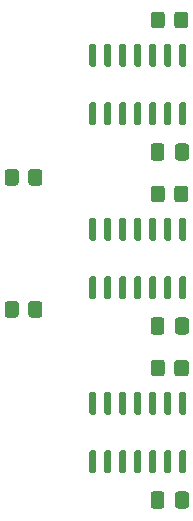
<source format=gbr>
G04 #@! TF.GenerationSoftware,KiCad,Pcbnew,7.0.2-6a45011f42~172~ubuntu22.04.1*
G04 #@! TF.CreationDate,2023-06-19T14:24:24-04:00*
G04 #@! TF.ProjectId,differential_encoder_encoder,64696666-6572-4656-9e74-69616c5f656e,rev?*
G04 #@! TF.SameCoordinates,Original*
G04 #@! TF.FileFunction,Paste,Top*
G04 #@! TF.FilePolarity,Positive*
%FSLAX46Y46*%
G04 Gerber Fmt 4.6, Leading zero omitted, Abs format (unit mm)*
G04 Created by KiCad (PCBNEW 7.0.2-6a45011f42~172~ubuntu22.04.1) date 2023-06-19 14:24:24*
%MOMM*%
%LPD*%
G01*
G04 APERTURE LIST*
G04 APERTURE END LIST*
G04 #@! TO.C,U101*
G36*
G01*
X174856000Y-62336000D02*
X175156000Y-62336000D01*
G75*
G02*
X175306000Y-62486000I0J-150000D01*
G01*
X175306000Y-64136000D01*
G75*
G02*
X175156000Y-64286000I-150000J0D01*
G01*
X174856000Y-64286000D01*
G75*
G02*
X174706000Y-64136000I0J150000D01*
G01*
X174706000Y-62486000D01*
G75*
G02*
X174856000Y-62336000I150000J0D01*
G01*
G37*
G36*
G01*
X173586000Y-62336000D02*
X173886000Y-62336000D01*
G75*
G02*
X174036000Y-62486000I0J-150000D01*
G01*
X174036000Y-64136000D01*
G75*
G02*
X173886000Y-64286000I-150000J0D01*
G01*
X173586000Y-64286000D01*
G75*
G02*
X173436000Y-64136000I0J150000D01*
G01*
X173436000Y-62486000D01*
G75*
G02*
X173586000Y-62336000I150000J0D01*
G01*
G37*
G36*
G01*
X172316000Y-62336000D02*
X172616000Y-62336000D01*
G75*
G02*
X172766000Y-62486000I0J-150000D01*
G01*
X172766000Y-64136000D01*
G75*
G02*
X172616000Y-64286000I-150000J0D01*
G01*
X172316000Y-64286000D01*
G75*
G02*
X172166000Y-64136000I0J150000D01*
G01*
X172166000Y-62486000D01*
G75*
G02*
X172316000Y-62336000I150000J0D01*
G01*
G37*
G36*
G01*
X171046000Y-62336000D02*
X171346000Y-62336000D01*
G75*
G02*
X171496000Y-62486000I0J-150000D01*
G01*
X171496000Y-64136000D01*
G75*
G02*
X171346000Y-64286000I-150000J0D01*
G01*
X171046000Y-64286000D01*
G75*
G02*
X170896000Y-64136000I0J150000D01*
G01*
X170896000Y-62486000D01*
G75*
G02*
X171046000Y-62336000I150000J0D01*
G01*
G37*
G36*
G01*
X169776000Y-62336000D02*
X170076000Y-62336000D01*
G75*
G02*
X170226000Y-62486000I0J-150000D01*
G01*
X170226000Y-64136000D01*
G75*
G02*
X170076000Y-64286000I-150000J0D01*
G01*
X169776000Y-64286000D01*
G75*
G02*
X169626000Y-64136000I0J150000D01*
G01*
X169626000Y-62486000D01*
G75*
G02*
X169776000Y-62336000I150000J0D01*
G01*
G37*
G36*
G01*
X168506000Y-62336000D02*
X168806000Y-62336000D01*
G75*
G02*
X168956000Y-62486000I0J-150000D01*
G01*
X168956000Y-64136000D01*
G75*
G02*
X168806000Y-64286000I-150000J0D01*
G01*
X168506000Y-64286000D01*
G75*
G02*
X168356000Y-64136000I0J150000D01*
G01*
X168356000Y-62486000D01*
G75*
G02*
X168506000Y-62336000I150000J0D01*
G01*
G37*
G36*
G01*
X167236000Y-62336000D02*
X167536000Y-62336000D01*
G75*
G02*
X167686000Y-62486000I0J-150000D01*
G01*
X167686000Y-64136000D01*
G75*
G02*
X167536000Y-64286000I-150000J0D01*
G01*
X167236000Y-64286000D01*
G75*
G02*
X167086000Y-64136000I0J150000D01*
G01*
X167086000Y-62486000D01*
G75*
G02*
X167236000Y-62336000I150000J0D01*
G01*
G37*
G36*
G01*
X167236000Y-67286000D02*
X167536000Y-67286000D01*
G75*
G02*
X167686000Y-67436000I0J-150000D01*
G01*
X167686000Y-69086000D01*
G75*
G02*
X167536000Y-69236000I-150000J0D01*
G01*
X167236000Y-69236000D01*
G75*
G02*
X167086000Y-69086000I0J150000D01*
G01*
X167086000Y-67436000D01*
G75*
G02*
X167236000Y-67286000I150000J0D01*
G01*
G37*
G36*
G01*
X168506000Y-67286000D02*
X168806000Y-67286000D01*
G75*
G02*
X168956000Y-67436000I0J-150000D01*
G01*
X168956000Y-69086000D01*
G75*
G02*
X168806000Y-69236000I-150000J0D01*
G01*
X168506000Y-69236000D01*
G75*
G02*
X168356000Y-69086000I0J150000D01*
G01*
X168356000Y-67436000D01*
G75*
G02*
X168506000Y-67286000I150000J0D01*
G01*
G37*
G36*
G01*
X169776000Y-67286000D02*
X170076000Y-67286000D01*
G75*
G02*
X170226000Y-67436000I0J-150000D01*
G01*
X170226000Y-69086000D01*
G75*
G02*
X170076000Y-69236000I-150000J0D01*
G01*
X169776000Y-69236000D01*
G75*
G02*
X169626000Y-69086000I0J150000D01*
G01*
X169626000Y-67436000D01*
G75*
G02*
X169776000Y-67286000I150000J0D01*
G01*
G37*
G36*
G01*
X171046000Y-67286000D02*
X171346000Y-67286000D01*
G75*
G02*
X171496000Y-67436000I0J-150000D01*
G01*
X171496000Y-69086000D01*
G75*
G02*
X171346000Y-69236000I-150000J0D01*
G01*
X171046000Y-69236000D01*
G75*
G02*
X170896000Y-69086000I0J150000D01*
G01*
X170896000Y-67436000D01*
G75*
G02*
X171046000Y-67286000I150000J0D01*
G01*
G37*
G36*
G01*
X172316000Y-67286000D02*
X172616000Y-67286000D01*
G75*
G02*
X172766000Y-67436000I0J-150000D01*
G01*
X172766000Y-69086000D01*
G75*
G02*
X172616000Y-69236000I-150000J0D01*
G01*
X172316000Y-69236000D01*
G75*
G02*
X172166000Y-69086000I0J150000D01*
G01*
X172166000Y-67436000D01*
G75*
G02*
X172316000Y-67286000I150000J0D01*
G01*
G37*
G36*
G01*
X173586000Y-67286000D02*
X173886000Y-67286000D01*
G75*
G02*
X174036000Y-67436000I0J-150000D01*
G01*
X174036000Y-69086000D01*
G75*
G02*
X173886000Y-69236000I-150000J0D01*
G01*
X173586000Y-69236000D01*
G75*
G02*
X173436000Y-69086000I0J150000D01*
G01*
X173436000Y-67436000D01*
G75*
G02*
X173586000Y-67286000I150000J0D01*
G01*
G37*
G36*
G01*
X174856000Y-67286000D02*
X175156000Y-67286000D01*
G75*
G02*
X175306000Y-67436000I0J-150000D01*
G01*
X175306000Y-69086000D01*
G75*
G02*
X175156000Y-69236000I-150000J0D01*
G01*
X174856000Y-69236000D01*
G75*
G02*
X174706000Y-69086000I0J150000D01*
G01*
X174706000Y-67436000D01*
G75*
G02*
X174856000Y-67286000I150000J0D01*
G01*
G37*
G04 #@! TD*
G04 #@! TO.C,C102*
G36*
G01*
X175534900Y-56305200D02*
X175534900Y-57255200D01*
G75*
G02*
X175284900Y-57505200I-250000J0D01*
G01*
X174609900Y-57505200D01*
G75*
G02*
X174359900Y-57255200I0J250000D01*
G01*
X174359900Y-56305200D01*
G75*
G02*
X174609900Y-56055200I250000J0D01*
G01*
X175284900Y-56055200D01*
G75*
G02*
X175534900Y-56305200I0J-250000D01*
G01*
G37*
G36*
G01*
X173459900Y-56305200D02*
X173459900Y-57255200D01*
G75*
G02*
X173209900Y-57505200I-250000J0D01*
G01*
X172534900Y-57505200D01*
G75*
G02*
X172284900Y-57255200I0J250000D01*
G01*
X172284900Y-56305200D01*
G75*
G02*
X172534900Y-56055200I250000J0D01*
G01*
X173209900Y-56055200D01*
G75*
G02*
X173459900Y-56305200I0J-250000D01*
G01*
G37*
G04 #@! TD*
G04 #@! TO.C,R103*
G36*
G01*
X163128000Y-58478000D02*
X163128000Y-59378000D01*
G75*
G02*
X162878000Y-59628000I-250000J0D01*
G01*
X162178000Y-59628000D01*
G75*
G02*
X161928000Y-59378000I0J250000D01*
G01*
X161928000Y-58478000D01*
G75*
G02*
X162178000Y-58228000I250000J0D01*
G01*
X162878000Y-58228000D01*
G75*
G02*
X163128000Y-58478000I0J-250000D01*
G01*
G37*
G36*
G01*
X161128000Y-58478000D02*
X161128000Y-59378000D01*
G75*
G02*
X160878000Y-59628000I-250000J0D01*
G01*
X160178000Y-59628000D01*
G75*
G02*
X159928000Y-59378000I0J250000D01*
G01*
X159928000Y-58478000D01*
G75*
G02*
X160178000Y-58228000I250000J0D01*
G01*
X160878000Y-58228000D01*
G75*
G02*
X161128000Y-58478000I0J-250000D01*
G01*
G37*
G04 #@! TD*
G04 #@! TO.C,R102*
G36*
G01*
X163128000Y-69654000D02*
X163128000Y-70554000D01*
G75*
G02*
X162878000Y-70804000I-250000J0D01*
G01*
X162178000Y-70804000D01*
G75*
G02*
X161928000Y-70554000I0J250000D01*
G01*
X161928000Y-69654000D01*
G75*
G02*
X162178000Y-69404000I250000J0D01*
G01*
X162878000Y-69404000D01*
G75*
G02*
X163128000Y-69654000I0J-250000D01*
G01*
G37*
G36*
G01*
X161128000Y-69654000D02*
X161128000Y-70554000D01*
G75*
G02*
X160878000Y-70804000I-250000J0D01*
G01*
X160178000Y-70804000D01*
G75*
G02*
X159928000Y-70554000I0J250000D01*
G01*
X159928000Y-69654000D01*
G75*
G02*
X160178000Y-69404000I250000J0D01*
G01*
X160878000Y-69404000D01*
G75*
G02*
X161128000Y-69654000I0J-250000D01*
G01*
G37*
G04 #@! TD*
G04 #@! TO.C,R105*
G36*
G01*
X175504400Y-74618200D02*
X175504400Y-75518200D01*
G75*
G02*
X175254400Y-75768200I-250000J0D01*
G01*
X174554400Y-75768200D01*
G75*
G02*
X174304400Y-75518200I0J250000D01*
G01*
X174304400Y-74618200D01*
G75*
G02*
X174554400Y-74368200I250000J0D01*
G01*
X175254400Y-74368200D01*
G75*
G02*
X175504400Y-74618200I0J-250000D01*
G01*
G37*
G36*
G01*
X173504400Y-74618200D02*
X173504400Y-75518200D01*
G75*
G02*
X173254400Y-75768200I-250000J0D01*
G01*
X172554400Y-75768200D01*
G75*
G02*
X172304400Y-75518200I0J250000D01*
G01*
X172304400Y-74618200D01*
G75*
G02*
X172554400Y-74368200I250000J0D01*
G01*
X173254400Y-74368200D01*
G75*
G02*
X173504400Y-74618200I0J-250000D01*
G01*
G37*
G04 #@! TD*
G04 #@! TO.C,U103*
G36*
G01*
X174856000Y-77068000D02*
X175156000Y-77068000D01*
G75*
G02*
X175306000Y-77218000I0J-150000D01*
G01*
X175306000Y-78868000D01*
G75*
G02*
X175156000Y-79018000I-150000J0D01*
G01*
X174856000Y-79018000D01*
G75*
G02*
X174706000Y-78868000I0J150000D01*
G01*
X174706000Y-77218000D01*
G75*
G02*
X174856000Y-77068000I150000J0D01*
G01*
G37*
G36*
G01*
X173586000Y-77068000D02*
X173886000Y-77068000D01*
G75*
G02*
X174036000Y-77218000I0J-150000D01*
G01*
X174036000Y-78868000D01*
G75*
G02*
X173886000Y-79018000I-150000J0D01*
G01*
X173586000Y-79018000D01*
G75*
G02*
X173436000Y-78868000I0J150000D01*
G01*
X173436000Y-77218000D01*
G75*
G02*
X173586000Y-77068000I150000J0D01*
G01*
G37*
G36*
G01*
X172316000Y-77068000D02*
X172616000Y-77068000D01*
G75*
G02*
X172766000Y-77218000I0J-150000D01*
G01*
X172766000Y-78868000D01*
G75*
G02*
X172616000Y-79018000I-150000J0D01*
G01*
X172316000Y-79018000D01*
G75*
G02*
X172166000Y-78868000I0J150000D01*
G01*
X172166000Y-77218000D01*
G75*
G02*
X172316000Y-77068000I150000J0D01*
G01*
G37*
G36*
G01*
X171046000Y-77068000D02*
X171346000Y-77068000D01*
G75*
G02*
X171496000Y-77218000I0J-150000D01*
G01*
X171496000Y-78868000D01*
G75*
G02*
X171346000Y-79018000I-150000J0D01*
G01*
X171046000Y-79018000D01*
G75*
G02*
X170896000Y-78868000I0J150000D01*
G01*
X170896000Y-77218000D01*
G75*
G02*
X171046000Y-77068000I150000J0D01*
G01*
G37*
G36*
G01*
X169776000Y-77068000D02*
X170076000Y-77068000D01*
G75*
G02*
X170226000Y-77218000I0J-150000D01*
G01*
X170226000Y-78868000D01*
G75*
G02*
X170076000Y-79018000I-150000J0D01*
G01*
X169776000Y-79018000D01*
G75*
G02*
X169626000Y-78868000I0J150000D01*
G01*
X169626000Y-77218000D01*
G75*
G02*
X169776000Y-77068000I150000J0D01*
G01*
G37*
G36*
G01*
X168506000Y-77068000D02*
X168806000Y-77068000D01*
G75*
G02*
X168956000Y-77218000I0J-150000D01*
G01*
X168956000Y-78868000D01*
G75*
G02*
X168806000Y-79018000I-150000J0D01*
G01*
X168506000Y-79018000D01*
G75*
G02*
X168356000Y-78868000I0J150000D01*
G01*
X168356000Y-77218000D01*
G75*
G02*
X168506000Y-77068000I150000J0D01*
G01*
G37*
G36*
G01*
X167236000Y-77068000D02*
X167536000Y-77068000D01*
G75*
G02*
X167686000Y-77218000I0J-150000D01*
G01*
X167686000Y-78868000D01*
G75*
G02*
X167536000Y-79018000I-150000J0D01*
G01*
X167236000Y-79018000D01*
G75*
G02*
X167086000Y-78868000I0J150000D01*
G01*
X167086000Y-77218000D01*
G75*
G02*
X167236000Y-77068000I150000J0D01*
G01*
G37*
G36*
G01*
X167236000Y-82018000D02*
X167536000Y-82018000D01*
G75*
G02*
X167686000Y-82168000I0J-150000D01*
G01*
X167686000Y-83818000D01*
G75*
G02*
X167536000Y-83968000I-150000J0D01*
G01*
X167236000Y-83968000D01*
G75*
G02*
X167086000Y-83818000I0J150000D01*
G01*
X167086000Y-82168000D01*
G75*
G02*
X167236000Y-82018000I150000J0D01*
G01*
G37*
G36*
G01*
X168506000Y-82018000D02*
X168806000Y-82018000D01*
G75*
G02*
X168956000Y-82168000I0J-150000D01*
G01*
X168956000Y-83818000D01*
G75*
G02*
X168806000Y-83968000I-150000J0D01*
G01*
X168506000Y-83968000D01*
G75*
G02*
X168356000Y-83818000I0J150000D01*
G01*
X168356000Y-82168000D01*
G75*
G02*
X168506000Y-82018000I150000J0D01*
G01*
G37*
G36*
G01*
X169776000Y-82018000D02*
X170076000Y-82018000D01*
G75*
G02*
X170226000Y-82168000I0J-150000D01*
G01*
X170226000Y-83818000D01*
G75*
G02*
X170076000Y-83968000I-150000J0D01*
G01*
X169776000Y-83968000D01*
G75*
G02*
X169626000Y-83818000I0J150000D01*
G01*
X169626000Y-82168000D01*
G75*
G02*
X169776000Y-82018000I150000J0D01*
G01*
G37*
G36*
G01*
X171046000Y-82018000D02*
X171346000Y-82018000D01*
G75*
G02*
X171496000Y-82168000I0J-150000D01*
G01*
X171496000Y-83818000D01*
G75*
G02*
X171346000Y-83968000I-150000J0D01*
G01*
X171046000Y-83968000D01*
G75*
G02*
X170896000Y-83818000I0J150000D01*
G01*
X170896000Y-82168000D01*
G75*
G02*
X171046000Y-82018000I150000J0D01*
G01*
G37*
G36*
G01*
X172316000Y-82018000D02*
X172616000Y-82018000D01*
G75*
G02*
X172766000Y-82168000I0J-150000D01*
G01*
X172766000Y-83818000D01*
G75*
G02*
X172616000Y-83968000I-150000J0D01*
G01*
X172316000Y-83968000D01*
G75*
G02*
X172166000Y-83818000I0J150000D01*
G01*
X172166000Y-82168000D01*
G75*
G02*
X172316000Y-82018000I150000J0D01*
G01*
G37*
G36*
G01*
X173586000Y-82018000D02*
X173886000Y-82018000D01*
G75*
G02*
X174036000Y-82168000I0J-150000D01*
G01*
X174036000Y-83818000D01*
G75*
G02*
X173886000Y-83968000I-150000J0D01*
G01*
X173586000Y-83968000D01*
G75*
G02*
X173436000Y-83818000I0J150000D01*
G01*
X173436000Y-82168000D01*
G75*
G02*
X173586000Y-82018000I150000J0D01*
G01*
G37*
G36*
G01*
X174856000Y-82018000D02*
X175156000Y-82018000D01*
G75*
G02*
X175306000Y-82168000I0J-150000D01*
G01*
X175306000Y-83818000D01*
G75*
G02*
X175156000Y-83968000I-150000J0D01*
G01*
X174856000Y-83968000D01*
G75*
G02*
X174706000Y-83818000I0J150000D01*
G01*
X174706000Y-82168000D01*
G75*
G02*
X174856000Y-82018000I150000J0D01*
G01*
G37*
G04 #@! TD*
G04 #@! TO.C,U102*
G36*
G01*
X174856000Y-47604000D02*
X175156000Y-47604000D01*
G75*
G02*
X175306000Y-47754000I0J-150000D01*
G01*
X175306000Y-49404000D01*
G75*
G02*
X175156000Y-49554000I-150000J0D01*
G01*
X174856000Y-49554000D01*
G75*
G02*
X174706000Y-49404000I0J150000D01*
G01*
X174706000Y-47754000D01*
G75*
G02*
X174856000Y-47604000I150000J0D01*
G01*
G37*
G36*
G01*
X173586000Y-47604000D02*
X173886000Y-47604000D01*
G75*
G02*
X174036000Y-47754000I0J-150000D01*
G01*
X174036000Y-49404000D01*
G75*
G02*
X173886000Y-49554000I-150000J0D01*
G01*
X173586000Y-49554000D01*
G75*
G02*
X173436000Y-49404000I0J150000D01*
G01*
X173436000Y-47754000D01*
G75*
G02*
X173586000Y-47604000I150000J0D01*
G01*
G37*
G36*
G01*
X172316000Y-47604000D02*
X172616000Y-47604000D01*
G75*
G02*
X172766000Y-47754000I0J-150000D01*
G01*
X172766000Y-49404000D01*
G75*
G02*
X172616000Y-49554000I-150000J0D01*
G01*
X172316000Y-49554000D01*
G75*
G02*
X172166000Y-49404000I0J150000D01*
G01*
X172166000Y-47754000D01*
G75*
G02*
X172316000Y-47604000I150000J0D01*
G01*
G37*
G36*
G01*
X171046000Y-47604000D02*
X171346000Y-47604000D01*
G75*
G02*
X171496000Y-47754000I0J-150000D01*
G01*
X171496000Y-49404000D01*
G75*
G02*
X171346000Y-49554000I-150000J0D01*
G01*
X171046000Y-49554000D01*
G75*
G02*
X170896000Y-49404000I0J150000D01*
G01*
X170896000Y-47754000D01*
G75*
G02*
X171046000Y-47604000I150000J0D01*
G01*
G37*
G36*
G01*
X169776000Y-47604000D02*
X170076000Y-47604000D01*
G75*
G02*
X170226000Y-47754000I0J-150000D01*
G01*
X170226000Y-49404000D01*
G75*
G02*
X170076000Y-49554000I-150000J0D01*
G01*
X169776000Y-49554000D01*
G75*
G02*
X169626000Y-49404000I0J150000D01*
G01*
X169626000Y-47754000D01*
G75*
G02*
X169776000Y-47604000I150000J0D01*
G01*
G37*
G36*
G01*
X168506000Y-47604000D02*
X168806000Y-47604000D01*
G75*
G02*
X168956000Y-47754000I0J-150000D01*
G01*
X168956000Y-49404000D01*
G75*
G02*
X168806000Y-49554000I-150000J0D01*
G01*
X168506000Y-49554000D01*
G75*
G02*
X168356000Y-49404000I0J150000D01*
G01*
X168356000Y-47754000D01*
G75*
G02*
X168506000Y-47604000I150000J0D01*
G01*
G37*
G36*
G01*
X167236000Y-47604000D02*
X167536000Y-47604000D01*
G75*
G02*
X167686000Y-47754000I0J-150000D01*
G01*
X167686000Y-49404000D01*
G75*
G02*
X167536000Y-49554000I-150000J0D01*
G01*
X167236000Y-49554000D01*
G75*
G02*
X167086000Y-49404000I0J150000D01*
G01*
X167086000Y-47754000D01*
G75*
G02*
X167236000Y-47604000I150000J0D01*
G01*
G37*
G36*
G01*
X167236000Y-52554000D02*
X167536000Y-52554000D01*
G75*
G02*
X167686000Y-52704000I0J-150000D01*
G01*
X167686000Y-54354000D01*
G75*
G02*
X167536000Y-54504000I-150000J0D01*
G01*
X167236000Y-54504000D01*
G75*
G02*
X167086000Y-54354000I0J150000D01*
G01*
X167086000Y-52704000D01*
G75*
G02*
X167236000Y-52554000I150000J0D01*
G01*
G37*
G36*
G01*
X168506000Y-52554000D02*
X168806000Y-52554000D01*
G75*
G02*
X168956000Y-52704000I0J-150000D01*
G01*
X168956000Y-54354000D01*
G75*
G02*
X168806000Y-54504000I-150000J0D01*
G01*
X168506000Y-54504000D01*
G75*
G02*
X168356000Y-54354000I0J150000D01*
G01*
X168356000Y-52704000D01*
G75*
G02*
X168506000Y-52554000I150000J0D01*
G01*
G37*
G36*
G01*
X169776000Y-52554000D02*
X170076000Y-52554000D01*
G75*
G02*
X170226000Y-52704000I0J-150000D01*
G01*
X170226000Y-54354000D01*
G75*
G02*
X170076000Y-54504000I-150000J0D01*
G01*
X169776000Y-54504000D01*
G75*
G02*
X169626000Y-54354000I0J150000D01*
G01*
X169626000Y-52704000D01*
G75*
G02*
X169776000Y-52554000I150000J0D01*
G01*
G37*
G36*
G01*
X171046000Y-52554000D02*
X171346000Y-52554000D01*
G75*
G02*
X171496000Y-52704000I0J-150000D01*
G01*
X171496000Y-54354000D01*
G75*
G02*
X171346000Y-54504000I-150000J0D01*
G01*
X171046000Y-54504000D01*
G75*
G02*
X170896000Y-54354000I0J150000D01*
G01*
X170896000Y-52704000D01*
G75*
G02*
X171046000Y-52554000I150000J0D01*
G01*
G37*
G36*
G01*
X172316000Y-52554000D02*
X172616000Y-52554000D01*
G75*
G02*
X172766000Y-52704000I0J-150000D01*
G01*
X172766000Y-54354000D01*
G75*
G02*
X172616000Y-54504000I-150000J0D01*
G01*
X172316000Y-54504000D01*
G75*
G02*
X172166000Y-54354000I0J150000D01*
G01*
X172166000Y-52704000D01*
G75*
G02*
X172316000Y-52554000I150000J0D01*
G01*
G37*
G36*
G01*
X173586000Y-52554000D02*
X173886000Y-52554000D01*
G75*
G02*
X174036000Y-52704000I0J-150000D01*
G01*
X174036000Y-54354000D01*
G75*
G02*
X173886000Y-54504000I-150000J0D01*
G01*
X173586000Y-54504000D01*
G75*
G02*
X173436000Y-54354000I0J150000D01*
G01*
X173436000Y-52704000D01*
G75*
G02*
X173586000Y-52554000I150000J0D01*
G01*
G37*
G36*
G01*
X174856000Y-52554000D02*
X175156000Y-52554000D01*
G75*
G02*
X175306000Y-52704000I0J-150000D01*
G01*
X175306000Y-54354000D01*
G75*
G02*
X175156000Y-54504000I-150000J0D01*
G01*
X174856000Y-54504000D01*
G75*
G02*
X174706000Y-54354000I0J150000D01*
G01*
X174706000Y-52704000D01*
G75*
G02*
X174856000Y-52554000I150000J0D01*
G01*
G37*
G04 #@! TD*
G04 #@! TO.C,R104*
G36*
G01*
X175488400Y-45154200D02*
X175488400Y-46054200D01*
G75*
G02*
X175238400Y-46304200I-250000J0D01*
G01*
X174538400Y-46304200D01*
G75*
G02*
X174288400Y-46054200I0J250000D01*
G01*
X174288400Y-45154200D01*
G75*
G02*
X174538400Y-44904200I250000J0D01*
G01*
X175238400Y-44904200D01*
G75*
G02*
X175488400Y-45154200I0J-250000D01*
G01*
G37*
G36*
G01*
X173488400Y-45154200D02*
X173488400Y-46054200D01*
G75*
G02*
X173238400Y-46304200I-250000J0D01*
G01*
X172538400Y-46304200D01*
G75*
G02*
X172288400Y-46054200I0J250000D01*
G01*
X172288400Y-45154200D01*
G75*
G02*
X172538400Y-44904200I250000J0D01*
G01*
X173238400Y-44904200D01*
G75*
G02*
X173488400Y-45154200I0J-250000D01*
G01*
G37*
G04 #@! TD*
G04 #@! TO.C,C103*
G36*
G01*
X175534900Y-85769200D02*
X175534900Y-86719200D01*
G75*
G02*
X175284900Y-86969200I-250000J0D01*
G01*
X174609900Y-86969200D01*
G75*
G02*
X174359900Y-86719200I0J250000D01*
G01*
X174359900Y-85769200D01*
G75*
G02*
X174609900Y-85519200I250000J0D01*
G01*
X175284900Y-85519200D01*
G75*
G02*
X175534900Y-85769200I0J-250000D01*
G01*
G37*
G36*
G01*
X173459900Y-85769200D02*
X173459900Y-86719200D01*
G75*
G02*
X173209900Y-86969200I-250000J0D01*
G01*
X172534900Y-86969200D01*
G75*
G02*
X172284900Y-86719200I0J250000D01*
G01*
X172284900Y-85769200D01*
G75*
G02*
X172534900Y-85519200I250000J0D01*
G01*
X173209900Y-85519200D01*
G75*
G02*
X173459900Y-85769200I0J-250000D01*
G01*
G37*
G04 #@! TD*
G04 #@! TO.C,R101*
G36*
G01*
X175488400Y-59886200D02*
X175488400Y-60786200D01*
G75*
G02*
X175238400Y-61036200I-250000J0D01*
G01*
X174538400Y-61036200D01*
G75*
G02*
X174288400Y-60786200I0J250000D01*
G01*
X174288400Y-59886200D01*
G75*
G02*
X174538400Y-59636200I250000J0D01*
G01*
X175238400Y-59636200D01*
G75*
G02*
X175488400Y-59886200I0J-250000D01*
G01*
G37*
G36*
G01*
X173488400Y-59886200D02*
X173488400Y-60786200D01*
G75*
G02*
X173238400Y-61036200I-250000J0D01*
G01*
X172538400Y-61036200D01*
G75*
G02*
X172288400Y-60786200I0J250000D01*
G01*
X172288400Y-59886200D01*
G75*
G02*
X172538400Y-59636200I250000J0D01*
G01*
X173238400Y-59636200D01*
G75*
G02*
X173488400Y-59886200I0J-250000D01*
G01*
G37*
G04 #@! TD*
G04 #@! TO.C,C101*
G36*
G01*
X175534900Y-71037200D02*
X175534900Y-71987200D01*
G75*
G02*
X175284900Y-72237200I-250000J0D01*
G01*
X174609900Y-72237200D01*
G75*
G02*
X174359900Y-71987200I0J250000D01*
G01*
X174359900Y-71037200D01*
G75*
G02*
X174609900Y-70787200I250000J0D01*
G01*
X175284900Y-70787200D01*
G75*
G02*
X175534900Y-71037200I0J-250000D01*
G01*
G37*
G36*
G01*
X173459900Y-71037200D02*
X173459900Y-71987200D01*
G75*
G02*
X173209900Y-72237200I-250000J0D01*
G01*
X172534900Y-72237200D01*
G75*
G02*
X172284900Y-71987200I0J250000D01*
G01*
X172284900Y-71037200D01*
G75*
G02*
X172534900Y-70787200I250000J0D01*
G01*
X173209900Y-70787200D01*
G75*
G02*
X173459900Y-71037200I0J-250000D01*
G01*
G37*
G04 #@! TD*
M02*

</source>
